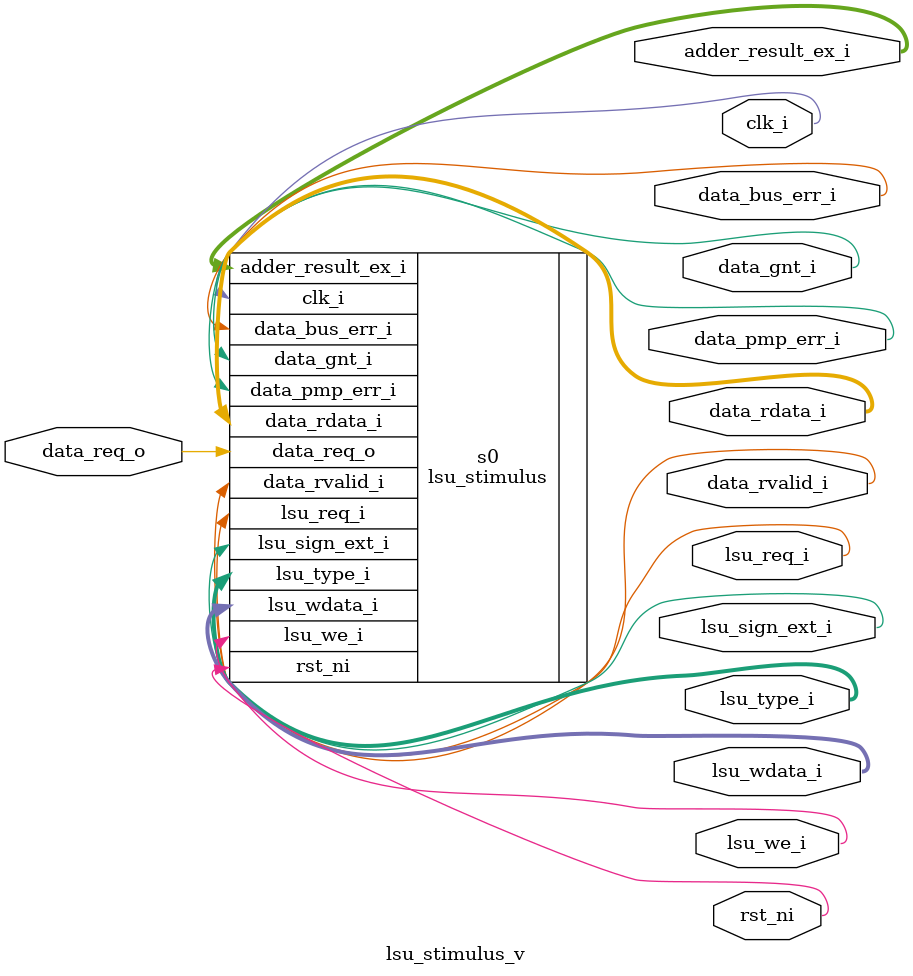
<source format=v>
`include "lsu_stimulus.sv"
module lsu_stimulus_v(
    output         clk_i,
    output         rst_ni,
    input          data_req_o,
    output         data_gnt_i,
    output         data_rvalid_i,
    output         data_bus_err_i,
    output         data_pmp_err_i,
    output [31:0]  data_rdata_i,
    output         lsu_we_i,             // write enable                     -> from ID/EX
    output [1:0]   lsu_type_i,           // data type: word, half word, byte -> from ID/EX
    output [31:0]  lsu_wdata_i,          // data to write to memory          -> from ID/EX
    output         lsu_sign_ext_i,       // sign extension                   -> from ID/EX
    output         lsu_req_i,            // data request                     -> from ID/EX
    output [31:0]  adder_result_ex_i    // address computed in ALU          -> from ID/EX
);

lsu_stimulus s0 (
    .clk_i(clk_i),
    .rst_ni(rst_ni),
    .data_req_o(data_req_o),
    .data_gnt_i(data_gnt_i),
    .data_rvalid_i(data_rvalid_i),
    .data_bus_err_i(data_bus_err_i),
    .data_pmp_err_i(data_pmp_err_i),
    .data_rdata_i(data_rdata_i),
    .lsu_we_i(lsu_we_i),             // write enable                     -> from ID/EX
    .lsu_type_i(lsu_type_i),           // data type: word, half word, byte -> from ID/EX
    .lsu_wdata_i(lsu_wdata_i),          // data to write to memory          -> from ID/EX
    .lsu_sign_ext_i(lsu_sign_ext_i),       // sign extension                   -> from ID/EX
    .lsu_req_i(lsu_req_i),            // data request                     -> from ID/EX
    .adder_result_ex_i(adder_result_ex_i)    // address computed in ALU          -> from ID/EX
);
endmodule
</source>
